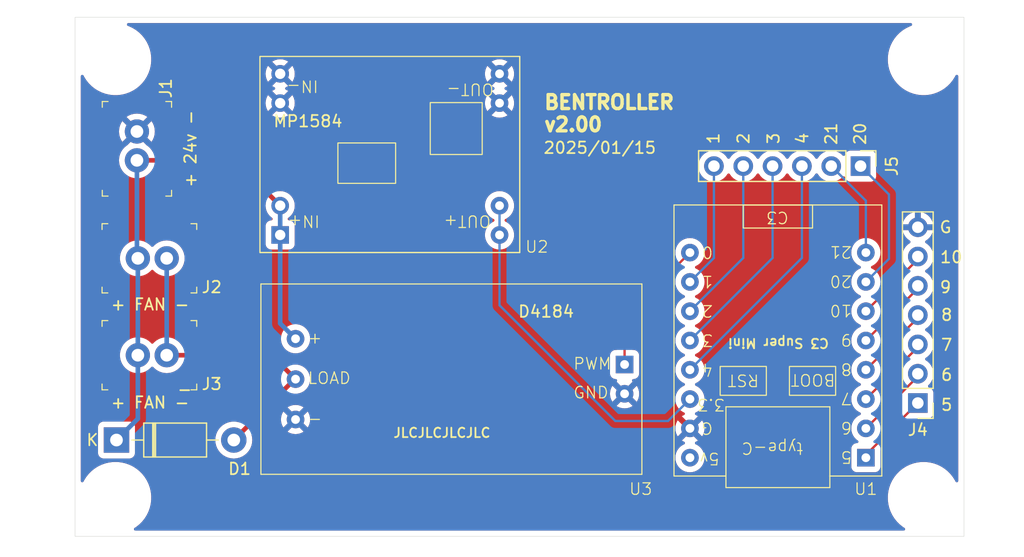
<source format=kicad_pcb>
(kicad_pcb (version 20240108) (generator "pcbnew") (generator_version "8.0")
  (layers (0 "F.Cu" signal "Front") (1 "In1.Cu" signal) (2 "In2.Cu" signal) (31 "B.Cu" signal "Back") (34 "B.Paste" user) (35 "F.Paste" user) (36 "B.SilkS" user "B.Silkscreen") (37 "F.SilkS" user "F.Silkscreen") (38 "B.Mask" user) (39 "F.Mask" user) (44 "Edge.Cuts" user))
  (net 0 "")
  (net 1 "Net-(D1-A)")
  (net 2 "+24V")
  (net 3 "GND")
  (net 4 "Net-(U1-3V3)")
  (net 5 "Net-(U1-IO0)")
  (net 7 "Net-(J4-Pin_3)")
  (net 8 "Net-(J4-Pin_6)")
  (net 9 "Net-(J4-Pin_5)")
  (net 10 "Net-(J4-Pin_4)")
  (net 11 "Net-(J4-Pin_1)")
  (net 12 "Net-(J4-Pin_2)")
  (net 13 "Net-(J5-Pin_4)")
  (net 14 "Net-(J5-Pin_3)")
  (net 15 "Net-(J5-Pin_6)")
  (net 16 "Net-(J5-Pin_1)")
  (net 17 "Net-(J5-Pin_2)")
  (net 18 "Net-(J5-Pin_5)")
  (footprint "digikey-footprints:PinHeader_1x2_P2.5mm_Drill1.1mm" (layer "F.Cu") (at 69.86 48 -90)
    (property "Reference" "J1" (at -3.75 -2.5 90) (layer "F.SilkS"))
    (property "Value" "B2B-XH-A_LF__SN_")
    (fp_line (start -2.6 3) (end -2.1 3) (stroke (width 0.1)) (layer "F.SilkS"))
    (fp_line (start -2.6 3) (end -2.6 2.5) (stroke (width 0.1)) (layer "F.SilkS"))
    (fp_line (start 5.6 3) (end 5.1 3) (stroke (width 0.1)) (layer "F.SilkS"))
    (fp_line (start 5.6 3) (end 5.6 2.5) (stroke (width 0.1)) (layer "F.SilkS"))
    (fp_line (start -2.6 -3) (end -2.6 -2.5) (stroke (width 0.1)) (layer "F.SilkS"))
    (fp_line (start -2.6 -3) (end -2.1 -3) (stroke (width 0.1)) (layer "F.SilkS"))
    (fp_line (start 5.6 -3) (end 5.6 -2.5) (stroke (width 0.1)) (layer "F.SilkS"))
    (fp_line (start 5.6 -3) (end 5.1 -3) (stroke (width 0.1)) (layer "F.SilkS"))
    (pad "1" thru_hole circle (at 0 0 270) (size 2.1 2.1) (drill 1.1) (layers "*.Cu" "*.Mask") (net 3 "GND"))
    (pad "2" thru_hole circle (at 2.5 0 270) (size 2.1 2.1) (drill 1.1) (layers "*.Cu" "*.Mask") (net 2 "+24V"))
  )
  (footprint "MountingHole:MountingHole_2.2mm_M2" (layer "F.Cu") (at 138 41.75)
    (property "Reference" "H2" (hide yes))
    (property "Value" "MountingHole")
    (pad "" np_thru_hole circle (at 0 0) (size 2.2 2.2) (drill 2.2) (layers "*.Cu" "*.Mask"))
  )
  (footprint "robby:D4184 MOSFET Control Module" (layer "F.Cu") (at 97.1 69.47 -90)
    (property "Reference" "U3" (at 9.53 -16.4 0) (layer "F.SilkS") (effects (font (thickness 0.1))))
    (property "Value" "D4184 MOSFET Control Module")
    (fp_line (start -8.25 16.5) (end -8.25 -16.5) (stroke (width 0.1)) (layer "F.SilkS"))
    (fp_line (start 8.25 16.5) (end -8.25 16.5) (stroke (width 0.1)) (layer "F.SilkS"))
    (fp_line (start -8.25 -16.5) (end 8.25 -16.5) (stroke (width 0.1)) (layer "F.SilkS"))
    (fp_line (start 8.25 -16.5) (end 8.25 16.5) (stroke (width 0.1)) (layer "F.SilkS"))
    (fp_text user "+" (at -3 12.5 0) (layer "F.SilkS") (effects (font (thickness 0.1)) (justify left bottom)))
    (fp_text user "GND" (at 1.75 -10.5 0) (layer "F.SilkS") (effects (font (thickness 0.1)) (justify left bottom)))
    (fp_text user "-" (at 4 12.5 0) (layer "F.SilkS") (effects (font (thickness 0.1)) (justify left bottom)))
    (fp_text user "PWM" (at -0.75 -10.5 0) (layer "F.SilkS") (effects (font (thickness 0.1)) (justify left bottom)))
    (fp_text user "LOAD" (at 0.5 12.5 0) (layer "F.SilkS") (effects (font (thickness 0.1)) (justify left bottom)))
    (pad "1" thru_hole rect (at -1.27 -15 270) (size 1.524 1.524) (drill 0.762) (layers "*.Cu" "*.Mask") (net 5 "Net-(U1-IO0)"))
    (pad "2" thru_hole circle (at 1.27 -15 270) (size 1.524 1.524) (drill 0.762) (layers "*.Cu" "*.Mask") (net 3 "GND"))
    (pad "3" thru_hole circle (at -3.5 13.5 270) (size 1.524 1.524) (drill 0.762) (layers "*.Cu" "*.Mask") (net 2 "+24V"))
    (pad "4" thru_hole circle (at 0 13.5 270) (size 1.524 1.524) (drill 0.762) (layers "*.Cu" "*.Mask") (net 1 "Net-(D1-A)"))
    (pad "5" thru_hole circle (at 3.5 13.5 270) (size 1.524 1.524) (drill 0.762) (layers "*.Cu" "*.Mask") (net 3 "GND"))
  )
  (footprint "robby:MP1584 Module" (layer "F.Cu") (at 91.768 49.994 90)
    (property "Reference" "U2" (at -8.006 12.732 0) (layer "F.SilkS") (effects (font (thickness 0.1))))
    (property "Value" "MP1584 Module")
    (fp_line (start 8.5 -11.25) (end 8.5 11.25) (stroke (width 0.1)) (layer "F.SilkS"))
    (fp_line (start -8.5 -11.25) (end 8.5 -11.25) (stroke (width 0.1)) (layer "F.SilkS"))
    (fp_line (start 8.5 11.25) (end -8.5 11.25) (stroke (width 0.1)) (layer "F.SilkS"))
    (fp_line (start -8.5 11.25) (end -8.5 -11.25) (stroke (width 0.1)) (layer "F.SilkS"))
    (fp_rect (start -8.5 -11.25) (end 8.5 11.25) (stroke (width 0.1)) (fill none) (layer "F.SilkS"))
    (fp_rect (start -2.5 -4.5) (end 1 0.5) (stroke (width 0.1)) (fill none) (layer "F.SilkS"))
    (fp_rect (start 0 3.5) (end 4.5 8) (stroke (width 0.1)) (fill none) (layer "F.SilkS"))
    (fp_text user "OUT-" (at 6.232 9.07 180) (layer "F.SilkS") (effects (font (thickness 0.1)) (justify left bottom)))
    (fp_text user "IN+" (at -5.198 -6 180) (layer "F.SilkS") (effects (font (thickness 0.1)) (justify left bottom)))
    (fp_text user "OUT+" (at -5.198 8.816 180) (layer "F.SilkS") (effects (font (thickness 0.1)) (justify left bottom)))
    (fp_text user "IN-" (at 6.5 -6.127 180) (layer "F.SilkS") (effects (font (thickness 0.1)) (justify left bottom)))
    (pad "1" thru_hole rect (at -6.976 -9.5 90) (size 1.524 1.524) (drill 0.9) (layers "*.Cu" "*.Mask") (net 2 "+24V"))
    (pad "2" thru_hole circle (at -4.436 -9.5 90) (size 1.524 1.524) (drill 0.9) (layers "*.Cu" "*.Mask") (net 2 "+24V"))
    (pad "3" thru_hole circle (at 4.454 -9.5 90) (size 1.524 1.524) (drill 0.9) (layers "*.Cu" "*.Mask") (net 3 "GND"))
    (pad "4" thru_hole circle (at 6.994 -9.5 90) (size 1.524 1.524) (drill 0.9) (layers "*.Cu" "*.Mask") (net 3 "GND"))
    (pad "5" thru_hole circle (at -6.976 9.5 90) (size 1.524 1.524) (drill 0.762) (layers "*.Cu" "*.Mask") (net 4 "Net-(U1-3V3)"))
    (pad "6" thru_hole circle (at -4.436 9.5 90) (size 1.524 1.524) (drill 0.762) (layers "*.Cu" "*.Mask") (net 4 "Net-(U1-3V3)"))
    (pad "7" thru_hole circle (at 4.454 9.5 90) (size 1.524 1.524) (drill 0.762) (layers "*.Cu" "*.Mask") (net 3 "GND"))
    (pad "8" thru_hole circle (at 6.994 9.5 90) (size 1.524 1.524) (drill 0.762) (layers "*.Cu" "*.Mask") (net 3 "GND"))
  )
  (footprint "Diode_THT:D_DO-41_SOD81_P10.16mm_Horizontal" (layer "F.Cu") (at 68.09 74.75)
    (property "Reference" "D1" (at 10.66 2.5 0) (layer "F.SilkS"))
    (property "Value" "1N5819")
    (fp_line (start 1.34 0) (end 2.36 0) (stroke (width 0.12)) (layer "F.SilkS"))
    (fp_line (start 2.36 -1.47) (end 2.36 1.47) (stroke (width 0.12)) (layer "F.SilkS"))
    (fp_line (start 2.36 1.47) (end 7.8 1.47) (stroke (width 0.12)) (layer "F.SilkS"))
    (fp_line (start 3.14 -1.47) (end 3.14 1.47) (stroke (width 0.12)) (layer "F.SilkS"))
    (fp_line (start 3.26 -1.47) (end 3.26 1.47) (stroke (width 0.12)) (layer "F.SilkS"))
    (fp_line (start 3.38 -1.47) (end 3.38 1.47) (stroke (width 0.12)) (layer "F.SilkS"))
    (fp_line (start 7.8 -1.47) (end 2.36 -1.47) (stroke (width 0.12)) (layer "F.SilkS"))
    (fp_line (start 7.8 1.47) (end 7.8 -1.47) (stroke (width 0.12)) (layer "F.SilkS"))
    (fp_line (start 8.82 0) (end 7.8 0) (stroke (width 0.12)) (layer "F.SilkS"))
    (fp_text user "K" (at -2.09 0 0) (layer "F.SilkS"))
    (pad "1" thru_hole rect (at 0 0) (size 2.2 2.2) (drill 1.1) (layers "*.Cu" "*.Mask") (net 2 "+24V"))
    (pad "2" thru_hole oval (at 10.16 0) (size 2.2 2.2) (drill 1.1) (layers "*.Cu" "*.Mask") (net 1 "Net-(D1-A)"))
  )
  (footprint "digikey-footprints:PinHeader_1x2_P2.5mm_Drill1.1mm" (layer "F.Cu") (at 72.44 67.395 180)
    (property "Reference" "J3" (at -3.9 -2.5 360) (layer "F.SilkS"))
    (property "Value" "B2B-XH-A_LF__SN_")
    (fp_line (start 5.6 3) (end 5.6 2.5) (stroke (width 0.1)) (layer "F.SilkS"))
    (fp_line (start 5.6 3) (end 5.1 3) (stroke (width 0.1)) (layer "F.SilkS"))
    (fp_line (start 5.6 -3) (end 5.6 -2.5) (stroke (width 0.1)) (layer "F.SilkS"))
    (fp_line (start 5.6 -3) (end 5.1 -3) (stroke (width 0.1)) (layer "F.SilkS"))
    (fp_line (start -2.6 3) (end -2.1 3) (stroke (width 0.1)) (layer "F.SilkS"))
    (fp_line (start -2.6 3) (end -2.6 2.5) (stroke (width 0.1)) (layer "F.SilkS"))
    (fp_line (start -2.6 -3) (end -2.1 -3) (stroke (width 0.1)) (layer "F.SilkS"))
    (fp_line (start -2.6 -3) (end -2.6 -2.5) (stroke (width 0.1)) (layer "F.SilkS"))
    (pad "1" thru_hole circle (at 0 0 180) (size 2.1 2.1) (drill 1.1) (layers "*.Cu" "*.Mask") (net 1 "Net-(D1-A)"))
    (pad "2" thru_hole circle (at 2.5 0 180) (size 2.1 2.1) (drill 1.1) (layers "*.Cu" "*.Mask") (net 2 "+24V"))
  )
  (footprint "MountingHole:MountingHole_2.2mm_M2" (layer "F.Cu") (at 68 41.75)
    (property "Reference" "H1" (hide yes))
    (property "Value" "MountingHole")
    (pad "" np_thru_hole circle (at 0 0) (size 2.2 2.2) (drill 2.2) (layers "*.Cu" "*.Mask"))
  )
  (footprint "MountingHole:MountingHole_2.2mm_M2" (layer "F.Cu") (at 138 79.75)
    (property "Reference" "H4" (hide yes))
    (property "Value" "MountingHole")
    (pad "" np_thru_hole circle (at 0 0) (size 2.2 2.2) (drill 2.2) (layers "*.Cu" "*.Mask"))
  )
  (footprint "Connector_PinHeader_2.54mm:PinHeader_1x06_P2.54mm_Vertical" (layer "F.Cu") (at 132.54 51 -90)
    (property "Reference" "J5" (at 0 -2.71 90) (layer "F.SilkS"))
    (property "Value" "Conn_01x06_Pin")
    (fp_line (start -1.33 14.03) (end 1.33 14.03) (stroke (width 0.12)) (layer "F.SilkS"))
    (fp_line (start -1.33 1.27) (end -1.33 14.03) (stroke (width 0.12)) (layer "F.SilkS"))
    (fp_line (start -1.33 1.27) (end 1.33 1.27) (stroke (width 0.12)) (layer "F.SilkS"))
    (fp_line (start 1.33 1.27) (end 1.33 14.03) (stroke (width 0.12)) (layer "F.SilkS"))
    (fp_line (start -1.33 0) (end -1.33 -1.33) (stroke (width 0.12)) (layer "F.SilkS"))
    (fp_line (start -1.33 -1.33) (end 0 -1.33) (stroke (width 0.12)) (layer "F.SilkS"))
    (pad "1" thru_hole rect (at 0 0 270) (size 1.7 1.7) (drill 1) (layers "*.Cu" "*.Mask") (net 16 "Net-(J5-Pin_1)"))
    (pad "2" thru_hole oval (at 0 2.54 270) (size 1.7 1.7) (drill 1) (layers "*.Cu" "*.Mask") (net 17 "Net-(J5-Pin_2)"))
    (pad "3" thru_hole oval (at 0 5.08 270) (size 1.7 1.7) (drill 1) (layers "*.Cu" "*.Mask") (net 14 "Net-(J5-Pin_3)"))
    (pad "4" thru_hole oval (at 0 7.62 270) (size 1.7 1.7) (drill 1) (layers "*.Cu" "*.Mask") (net 13 "Net-(J5-Pin_4)"))
    (pad "5" thru_hole oval (at 0 10.16 270) (size 1.7 1.7) (drill 1) (layers "*.Cu" "*.Mask") (net 18 "Net-(J5-Pin_5)"))
    (pad "6" thru_hole oval (at 0 12.7 270) (size 1.7 1.7) (drill 1) (layers "*.Cu" "*.Mask") (net 15 "Net-(J5-Pin_6)"))
  )
  (footprint "Connector_PinHeader_2.54mm:PinHeader_1x07_P2.54mm_Vertical" (layer "F.Cu") (at 137.5 71.54 180)
    (property "Reference" "J4" (at 0 -2.33 180) (layer "F.SilkS"))
    (property "Value" "Conn_01x06_Pin")
    (fp_line (start 1.33 1.27) (end 1.33 16.57) (stroke (width 0.12)) (layer "F.SilkS"))
    (fp_line (start -1.33 16.57) (end 1.33 16.57) (stroke (width 0.12)) (layer "F.SilkS"))
    (fp_line (start -1.33 1.27) (end 1.33 1.27) (stroke (width 0.12)) (layer "F.SilkS"))
    (fp_line (start -1.33 1.27) (end -1.33 16.57) (stroke (width 0.12)) (layer "F.SilkS"))
    (fp_line (start -1.33 0) (end -1.33 -1.33) (stroke (width 0.12)) (layer "F.SilkS"))
    (fp_line (start -1.33 -1.33) (end 0 -1.33) (stroke (width 0.12)) (layer "F.SilkS"))
    (pad "1" thru_hole rect (at 0 0 180) (size 1.7 1.7) (drill 1) (layers "*.Cu" "*.Mask") (net 11 "Net-(J4-Pin_1)"))
    (pad "2" thru_hole oval (at 0 2.54 180) (size 1.7 1.7) (drill 1) (layers "*.Cu" "*.Mask") (net 12 "Net-(J4-Pin_2)"))
    (pad "3" thru_hole oval (at 0 5.08 180) (size 1.7 1.7) (drill 1) (layers "*.Cu" "*.Mask") (net 7 "Net-(J4-Pin_3)"))
    (pad "4" thru_hole oval (at 0 7.62 180) (size 1.7 1.7) (drill 1) (layers "*.Cu" "*.Mask") (net 10 "Net-(J4-Pin_4)"))
    (pad "5" thru_hole oval (at 0 10.16 180) (size 1.7 1.7) (drill 1) (layers "*.Cu" "*.Mask") (net 9 "Net-(J4-Pin_5)"))
    (pad "6" thru_hole oval (at 0 12.7 180) (size 1.7 1.7) (drill 1) (layers "*.Cu" "*.Mask") (net 8 "Net-(J4-Pin_6)"))
    (pad "7" thru_hole oval (at 0 15.24 180) (size 1.7 1.7) (drill 1) (layers "*.Cu" "*.Mask") (net 3 "GND"))
  )
  (footprint "MountingHole:MountingHole_2.2mm_M2" (layer "F.Cu") (at 68 79.75)
    (property "Reference" "H3" (hide yes))
    (property "Value" "MountingHole")
    (pad "" np_thru_hole circle (at 0 0) (size 2.2 2.2) (drill 2.2) (layers "*.Cu" "*.Mask"))
  )
  (footprint "digikey-footprints:PinHeader_1x2_P2.5mm_Drill1.1mm" (layer "F.Cu") (at 72.44 58.995 180)
    (property "Reference" "J2" (at -3.9 -2.5 360) (layer "F.SilkS"))
    (property "Value" "B2B-XH-A_LF__SN_")
    (fp_line (start 5.6 3) (end 5.6 2.5) (stroke (width 0.1)) (layer "F.SilkS"))
    (fp_line (start 5.6 3) (end 5.1 3) (stroke (width 0.1)) (layer "F.SilkS"))
    (fp_line (start 5.6 -3) (end 5.6 -2.5) (stroke (width 0.1)) (layer "F.SilkS"))
    (fp_line (start 5.6 -3) (end 5.1 -3) (stroke (width 0.1)) (layer "F.SilkS"))
    (fp_line (start -2.6 3) (end -2.1 3) (stroke (width 0.1)) (layer "F.SilkS"))
    (fp_line (start -2.6 3) (end -2.6 2.5) (stroke (width 0.1)) (layer "F.SilkS"))
    (fp_line (start -2.6 -3) (end -2.1 -3) (stroke (width 0.1)) (layer "F.SilkS"))
    (fp_line (start -2.6 -3) (end -2.6 -2.5) (stroke (width 0.1)) (layer "F.SilkS"))
    (pad "1" thru_hole circle (at 0 0 180) (size 2.1 2.1) (drill 1.1) (layers "*.Cu" "*.Mask") (net 1 "Net-(D1-A)"))
    (pad "2" thru_hole circle (at 2.5 0 180) (size 2.1 2.1) (drill 1.1) (layers "*.Cu" "*.Mask") (net 2 "+24V"))
  )
  (footprint "robby:ESP32_C3_Super_Mini" (layer "F.Cu") (at 125.38 67.87 180)
    (property "Reference" "U1" (at -7.62 -11.13 0) (layer "F.SilkS") (effects (font (thickness 0.1))))
    (property "Value" "ESP32 C3 SUPER MINI")
    (fp_line (start 9 13.5) (end 9 -10) (stroke (width 0.1)) (layer "F.SilkS"))
    (fp_line (start 9 -10) (end 4.5 -10) (stroke (width 0.1)) (layer "F.SilkS"))
    (fp_line (start 4.5 -4) (end -4.5 -4) (stroke (width 0.1)) (layer "F.SilkS"))
    (fp_line (start 4.5 -10) (end 4.5 -4) (stroke (width 0.1)) (layer "F.SilkS"))
    (fp_line (start 4.5 -10) (end 4.5 -11) (stroke (width 0.1)) (layer "F.SilkS"))
    (fp_line (start 4.5 -11) (end -4.5 -11) (stroke (width 0.1)) (layer "F.SilkS"))
    (fp_line (start -4.5 -10) (end -4.5 -4) (stroke (width 0.1)) (layer "F.SilkS"))
    (fp_line (start -4.5 -10) (end -9 -10) (stroke (width 0.1)) (layer "F.SilkS"))
    (fp_line (start -4.5 -11) (end -4.5 -10) (stroke (width 0.1)) (layer "F.SilkS"))
    (fp_line (start -9 13.5) (end 9 13.5) (stroke (width 0.1)) (layer "F.SilkS"))
    (fp_line (start -9 -10) (end -9 13.5) (stroke (width 0.1)) (layer "F.SilkS"))
    (fp_rect (start 1 -3) (end 5 -0.5) (stroke (width 0.1)) (fill none) (layer "F.SilkS"))
    (fp_rect (start -3 11.5) (end 3 13.5) (stroke (width 0.1)) (fill none) (layer "F.SilkS"))
    (fp_rect (start -5 -3) (end -1 -0.5) (stroke (width 0.1)) (fill none) (layer "F.SilkS"))
    (fp_text user "RST" (at 1.57 -1.12 180) (layer "F.SilkS") (effects (font (thickness 0.1)) (justify left bottom)))
    (fp_text user "3" (at 5.56 2.36 180) (layer "F.SilkS") (effects (font (thickness 0.1)) (justify left bottom)))
    (fp_text user "20" (at -6.47 7.47 180) (layer "F.SilkS") (effects (font (thickness 0.1)) (justify left bottom)))
    (fp_text user "5v" (at 5 -7.9 180) (layer "F.SilkS") (effects (font (thickness 0.1)) (justify left bottom)))
    (fp_text user "21" (at -6.47 10.01 180) (layer "F.SilkS") (effects (font (thickness 0.1)) (justify left bottom)))
    (fp_text user "BOOT" (at -5.03 -1.08 180) (layer "F.SilkS") (effects (font (thickness 0.1)) (justify left bottom)))
    (fp_text user "8" (at -6.47 -0.15 180) (layer "F.SilkS") (effects (font (thickness 0.1)) (justify left bottom)))
    (fp_text user "5" (at -6.47 -7.77 180) (layer "F.SilkS") (effects (font (thickness 0.1)) (justify left bottom)))
    (fp_text user "6" (at -6.47 -5.23 180) (layer "F.SilkS") (effects (font (thickness 0.1)) (justify left bottom)))
    (fp_text user "G" (at 5.56 -5.26 180) (layer "F.SilkS") (effects (font (thickness 0.1)) (justify left bottom)))
    (fp_text user "9" (at -6.47 2.39 180) (layer "F.SilkS") (effects (font (thickness 0.1)) (justify left bottom)))
    (fp_text user "4" (at 5.56 -0.18 180) (layer "F.SilkS") (effects (font (thickness 0.1)) (justify left bottom)))
    (fp_text user "2" (at 5.56 4.9 180) (layer "F.SilkS") (effects (font (thickness 0.1)) (justify left bottom)))
    (fp_text user "1" (at 5.56 7.44 180) (layer "F.SilkS") (effects (font (thickness 0.1)) (justify left bottom)))
    (fp_text user "C3" (at -1 13 180) (layer "F.SilkS") (effects (font (thickness 0.1)) (justify left bottom)))
    (fp_text user "3.3" (at 4.54 -3.23 180) (layer "F.SilkS") (effects (font (thickness 0.1)) (justify left bottom)))
    (fp_text user "type-C" (at -2.25 -7 180) (layer "F.SilkS") (effects (font (thickness 0.1)) (justify left bottom)))
    (fp_text user "7" (at -6.47 -2.69 180) (layer "F.SilkS") (effects (font (thickness 0.1)) (justify left bottom)))
    (fp_text user "C3 Super Mini" (at -4.5 2 180) (layer "F.SilkS") (effects (font (size 0.8128 0.8128) (thickness 0.1524) (bold yes)) (justify left bottom)))
    (fp_text user "0" (at 5.56 9.98 180) (layer "F.SilkS") (effects (font (thickness 0.1)) (justify left bottom)))
    (fp_text user "10" (at -6.47 4.93 180) (layer "F.SilkS") (effects (font (thickness 0.1)) (justify left bottom)))
    (pad "1" thru_hole rect (at -7.62 -8.41 180) (size 1.524 1.524) (drill 0.762) (layers "*.Cu" "*.Mask") (net 11 "Net-(J4-Pin_1)"))
    (pad "2" thru_hole circle (at -7.62 -5.87 180) (size 1.524 1.524) (drill 0.762) (layers "*.Cu" "*.Mask") (net 12 "Net-(J4-Pin_2)"))
    (pad "3" thru_hole circle (at -7.62 -3.33 180) (size 1.524 1.524) (drill 0.762) (layers "*.Cu" "*.Mask") (net 7 "Net-(J4-Pin_3)"))
    (pad "4" thru_hole circle (at -7.62 -0.79 180) (size 1.524 1.524) (drill 0.762) (layers "*.Cu" "*.Mask") (net 10 "Net-(J4-Pin_4)"))
    (pad "5" thru_hole circle (at -7.62 1.75 180) (size 1.524 1.524) (drill 0.762) (layers "*.Cu" "*.Mask") (net 9 "Net-(J4-Pin_5)"))
    (pad "6" thru_hole circle (at -7.62 4.29 180) (size 1.524 1.524) (drill 0.762) (layers "*.Cu" "*.Mask") (net 8 "Net-(J4-Pin_6)"))
    (pad "7" thru_hole circle (at -7.62 6.83 180) (size 1.524 1.524) (drill 0.762) (layers "*.Cu" "*.Mask") (net 16 "Net-(J5-Pin_1)"))
    (pad "8" thru_hole circle (at -7.62 9.37 180) (size 1.524 1.524) (drill 0.762) (layers "*.Cu" "*.Mask") (net 17 "Net-(J5-Pin_2)"))
    (pad "9" thru_hole circle (at 7.62 9.37 180) (size 1.524 1.524) (drill 0.762) (layers "*.Cu" "*.Mask") (net 5 "Net-(U1-IO0)"))
    (pad "10" thru_hole circle (at 7.62 6.83 180) (size 1.524 1.524) (drill 0.762) (layers "*.Cu" "*.Mask") (net 15 "Net-(J5-Pin_6)"))
    (pad "11" thru_hole circle (at 7.62 4.29 180) (size 1.524 1.524) (drill 0.762) (layers "*.Cu" "*.Mask") (net 18 "Net-(J5-Pin_5)"))
    (pad "12" thru_hole circle (at 7.62 1.75 180) (size 1.524 1.524) (drill 0.762) (layers "*.Cu" "*.Mask") (net 13 "Net-(J5-Pin_4)"))
    (pad "13" thru_hole circle (at 7.62 -0.79 180) (size 1.524 1.524) (drill 0.762) (layers "*.Cu" "*.Mask") (net 14 "Net-(J5-Pin_3)"))
    (pad "14" thru_hole circle (at 7.62 -8.41 180) (size 1.524 1.524) (drill 0.762) (layers "*.Cu" "*.Mask"))
    (pad "15" thru_hole circle (at 7.62 -3.33 180) (size 1.524 1.524) (drill 0.762) (layers "*.Cu" "*.Mask") (net 4 "Net-(U1-3V3)"))
    (pad "16" thru_hole circle (at 7.62 -5.87 180) (size 1.524 1.524) (drill 0.762) (layers "*.Cu" "*.Mask") (net 3 "GND"))
  )
  (gr_rect (start 64.5 38.1) (end 141.5 83.1) (stroke (width 0.0381)) (fill none) (layer "Edge.Cuts"))
  (gr_text "10" (at 140.4 58.9 0) (layer "F.SilkS") (effects (font (size 1 1))))
  (gr_text "BENTROLLER\nv2.00" (at 105 48.1 0) (layer "F.SilkS") (effects (font (size 1.2 1.2) (thickness 0.3) (bold yes)) (justify left bottom)))
  (gr_text "D4184" (at 102.8 64.2 0) (layer "F.SilkS") (effects (font (size 1 1)) (justify left bottom)))
  (gr_text "3" (at 125 48.6 90) (layer "F.SilkS") (effects (font (size 1 1))))
  (gr_text "9" (at 139.9 61.5 0) (layer "F.SilkS") (effects (font (size 1 1))))
  (gr_text "MP1584" (at 81.6 47.7 0) (layer "F.SilkS") (effects (font (size 1 1)) (justify left bottom)))
  (gr_text "JLCJLCJLCJLC" (at 92 74.6 0) (layer "F.SilkS") (effects (font (size 0.8128 0.8128) (thickness 0.1524) (bold yes)) (justify left bottom)))
  (gr_text "2" (at 122.4 48.6 90) (layer "F.SilkS") (effects (font (size 1 1))))
  (gr_text "8" (at 140 63.9 0) (layer "F.SilkS") (effects (font (size 1 1))))
  (gr_text "2025/01/15" (at 105 50 0) (layer "F.SilkS") (effects (font (size 1 1)) (justify left bottom)))
  (gr_text "+ FAN -" (at 71 71.5 0) (layer "F.SilkS") (effects (font (size 1 1))))
  (gr_text "21" (at 130 48.2 90) (layer "F.SilkS") (effects (font (size 1 1))))
  (gr_text "+ 24v -" (at 74.5 49.5 90) (layer "F.SilkS") (effects (font (size 1 1))))
  (gr_text "5" (at 140 71.7 0) (layer "F.SilkS") (effects (font (size 1 1))))
  (gr_text "7" (at 140 66.5 0) (layer "F.SilkS") (effects (font (size 1 1))))
  (gr_text "6" (at 140 69.1 0) (layer "F.SilkS") (effects (font (size 1 1))))
  (gr_text "+ FAN -" (at 71 63 0) (layer "F.SilkS") (effects (font (size 1 1))))
  (gr_text "4" (at 127.5 48.6 90) (layer "F.SilkS") (effects (font (size 1 1))))
  (gr_text "-" (at 74 70.5 180) (layer "F.SilkS") (effects (font (size 1 1))))
  (gr_text "G" (at 139.9 56.3 0) (layer "F.SilkS") (effects (font (size 1 1))))
  (gr_text "1" (at 119.8 48.6 90) (layer "F.SilkS") (effects (font (size 1 1))))
  (gr_text "20" (at 132.5 48.2 90) (layer "F.SilkS") (effects (font (size 1 1))))
  (segment (start 78.25 74.75) (end 83.53 69.47) (width 0.4) (layer "F.Cu") (net 1))
  (segment (start 72.44 67.395) (end 81.525 67.395) (width 0.4) (layer "F.Cu") (net 1))
  (segment (start 83.53 69.47) (end 83.6 69.47) (width 0.2) (layer "F.Cu") (net 1))
  (segment (start 81.525 67.395) (end 83.6 69.47) (width 0.4) (layer "F.Cu") (net 1))
  (segment (start 72.44 58.995) (end 72.44 67.395) (width 0.4) (layer "B.Cu") (net 1))
  (segment (start 83.6 69.86) (end 83.6 69.47) (width 0.4) (layer "B.Cu") (net 1))
  (segment (start 78.338 50.5) (end 82.268 54.43) (width 0.4) (layer "F.Cu") (net 2))
  (segment (start 70 50.5) (end 78.338 50.5) (width 0.4) (layer "F.Cu") (net 2))
  (segment (start 69.86 58.915) (end 69.94 58.995) (width 0.2) (layer "B.Cu") (net 2))
  (segment (start 82.268 56.97) (end 82.268 64.638) (width 0.4) (layer "B.Cu") (net 2))
  (segment (start 69.86 50.5) (end 69.86 58.915) (width 0.4) (layer "B.Cu") (net 2))
  (segment (start 69.94 58.995) (end 69.94 67.395) (width 0.4) (layer "B.Cu") (net 2))
  (segment (start 69.94 72.9) (end 68.09 74.75) (width 0.4) (layer "B.Cu") (net 2))
  (segment (start 82.268 54.43) (end 82.268 56.97) (width 0.4) (layer "B.Cu") (net 2))
  (segment (start 82.268 64.638) (end 83.6 65.97) (width 0.4) (layer "B.Cu") (net 2))
  (segment (start 69.94 67.395) (end 69.94 72.9) (width 0.4) (layer "B.Cu") (net 2))
  (segment (start 111.3 73.1) (end 115.86 73.1) (width 0.2) (layer "B.Cu") (net 4))
  (segment (start 115.86 73.1) (end 117.76 71.2) (width 0.2) (layer "B.Cu") (net 4))
  (segment (start 101.268 56.97) (end 101.268 63.068) (width 0.2) (layer "B.Cu") (net 4))
  (segment (start 101.268 63.068) (end 111.3 73.1) (width 0.2) (layer "B.Cu") (net 4))
  (segment (start 101.268 54.43) (end 101.268 56.97) (width 0.2) (layer "B.Cu") (net 4))
  (segment (start 112.1 68.2) (end 112.1 64.16) (width 0.2) (layer "F.Cu") (net 5))
  (segment (start 112.1 64.16) (end 117.76 58.5) (width 0.2) (layer "F.Cu") (net 5))
  (segment (start 137.5 66.7) (end 137.5 66.46) (width 0.2) (layer "F.Cu") (net 7))
  (segment (start 133 71.2) (end 137.5 66.7) (width 0.2) (layer "F.Cu") (net 7))
  (segment (start 137.5 59.08) (end 137.5 58.84) (width 0.2) (layer "F.Cu") (net 8))
  (segment (start 133 63.58) (end 137.5 59.08) (width 0.2) (layer "F.Cu") (net 8))
  (segment (start 133 66.12) (end 137.5 61.62) (width 0.2) (layer "F.Cu") (net 9))
  (segment (start 137.5 61.62) (end 137.5 61.38) (width 0.2) (layer "F.Cu") (net 9))
  (segment (start 137.5 64.16) (end 137.5 63.92) (width 0.2) (layer "F.Cu") (net 10))
  (segment (start 133 68.66) (end 137.5 64.16) (width 0.2) (layer "F.Cu") (net 10))
  (segment (start 133 76.04) (end 137.5 71.54) (width 0.2) (layer "F.Cu") (net 11))
  (segment (start 133 76.28) (end 133 76.04) (width 0.2) (layer "F.Cu") (net 11))
  (segment (start 133 73.74) (end 137.5 69.24) (width 0.2) (layer "F.Cu") (net 12))
  (segment (start 137.5 69.24) (end 137.5 69) (width 0.2) (layer "F.Cu") (net 12))
  (segment (start 124.92 58.96) (end 124.92 51) (width 0.2) (layer "B.Cu") (net 13))
  (segment (start 117.76 66.12) (end 124.92 58.96) (width 0.2) (layer "B.Cu") (net 13))
  (segment (start 127.46 58.96) (end 127.46 51) (width 0.2) (layer "B.Cu") (net 14))
  (segment (start 117.76 68.66) (end 127.46 58.96) (width 0.2) (layer "B.Cu") (net 14))
  (segment (start 119.84 58.96) (end 119.84 51) (width 0.2) (layer "B.Cu") (net 15))
  (segment (start 117.76 61.04) (end 119.84 58.96) (width 0.2) (layer "B.Cu") (net 15))
  (segment (start 133 61.04) (end 135 59.04) (width 0.2) (layer "B.Cu") (net 16))
  (segment (start 135 59.04) (end 135 53.46) (width 0.2) (layer "B.Cu") (net 16))
  (segment (start 135 53.46) (end 132.54 51) (width 0.2) (layer "B.Cu") (net 16))
  (segment (start 133 58.5) (end 133 54) (width 0.2) (layer "B.Cu") (net 17))
  (segment (start 133 54) (end 130 51) (width 0.2) (layer "B.Cu") (net 17))
  (segment (start 117.76 63.58) (end 122.38 58.96) (width 0.2) (layer "B.Cu") (net 18))
  (segment (start 122.38 58.96) (end 122.38 51) (width 0.2) (layer "B.Cu") (net 18))
  (zone (net 3) (net_name "GND") (layers "F&B.Cu") (connect_pads (clearance 0.5)) (min_thickness 0.25) (fill yes (thermal_gap 0.5) (thermal_bridge_width 0.5))
    (polygon (pts (xy 58 36.7) (xy 58.3 84.9) (xy 146.7 84.2) (xy 146.7 36.6)))
  )
)
</source>
